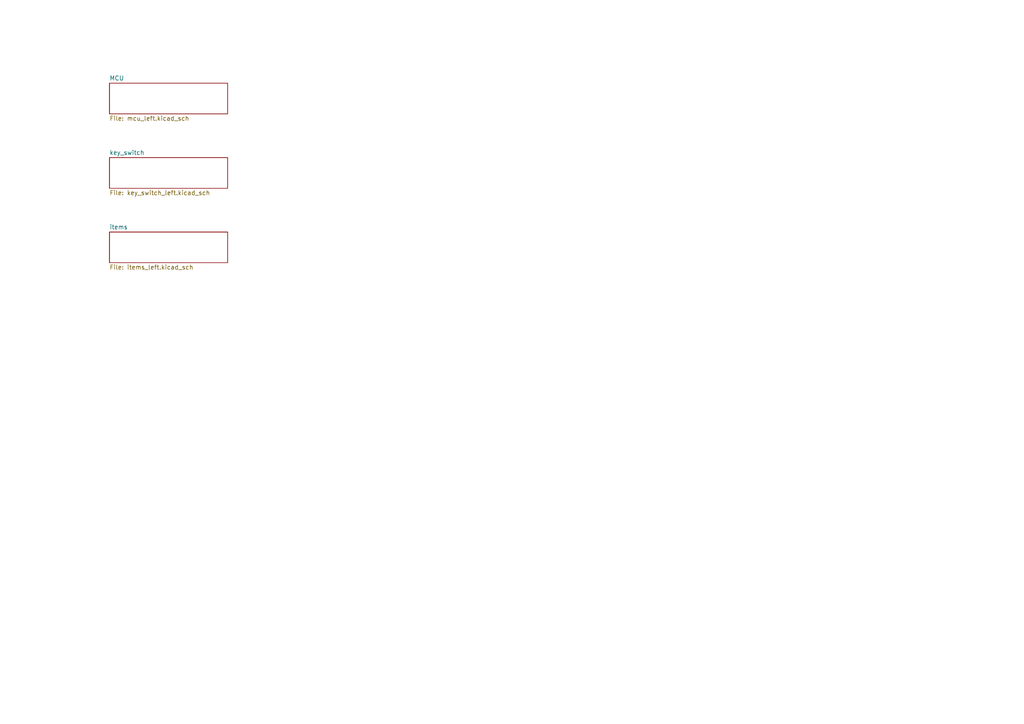
<source format=kicad_sch>
(kicad_sch (version 20211123) (generator eeschema)
  (paper "A4")
  (title_block (title "ma8ic split 69") (date "2023-03-09") (rev "2.0") (company "kazmeegawa"))
  (lib_symbols)
  (sheet (at 31.75 67.31) (size 34.29 8.89) (stroke (width 0.1524))
    (property "Sheet name" "items" (at 31.75 66.5984 0) (effects (justify left bottom)))
    (property "Sheet file" "items_left.kicad_sch" (at 31.75 76.7846 0) (effects (justify left top)))
  )
  (sheet (at 31.75 24.13) (size 34.29 8.89) (stroke (width 0.1524))
    (property "Sheet name" "MCU" (at 31.75 23.4184 0) (effects (justify left bottom)))
    (property "Sheet file" "mcu_left.kicad_sch" (at 31.75 33.6046 0) (effects (justify left top)))
  )
  (sheet (at 31.75 45.72) (size 34.29 8.89) (stroke (width 0.1524))
    (property "Sheet name" "key_switch" (at 31.75 45.0084 0) (effects (justify left bottom)))
    (property "Sheet file" "key_switch_left.kicad_sch" (at 31.75 55.1946 0) (effects (justify left top)))
  )
)
</source>
